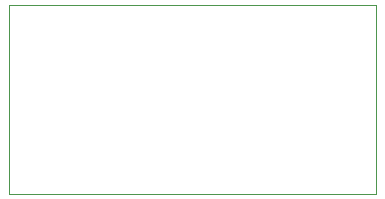
<source format=gm1>
G04 #@! TF.GenerationSoftware,KiCad,Pcbnew,9.0.4*
G04 #@! TF.CreationDate,2025-11-13T19:39:23-05:00*
G04 #@! TF.ProjectId,thermistor circuit,74686572-6d69-4737-946f-722063697263,rev?*
G04 #@! TF.SameCoordinates,Original*
G04 #@! TF.FileFunction,Profile,NP*
%FSLAX46Y46*%
G04 Gerber Fmt 4.6, Leading zero omitted, Abs format (unit mm)*
G04 Created by KiCad (PCBNEW 9.0.4) date 2025-11-13 19:39:23*
%MOMM*%
%LPD*%
G01*
G04 APERTURE LIST*
G04 #@! TA.AperFunction,Profile*
%ADD10C,0.050000*%
G04 #@! TD*
G04 APERTURE END LIST*
D10*
X174250000Y-75500000D02*
X205250000Y-75500000D01*
X205250000Y-91500000D01*
X174250000Y-91500000D01*
X174250000Y-75500000D01*
M02*

</source>
